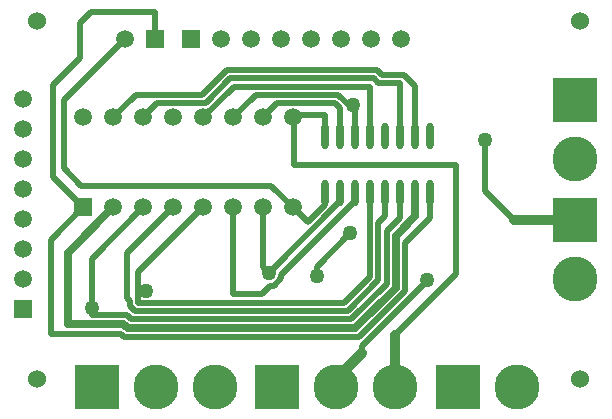
<source format=gbl>
%FSLAX23Y23*%
%MOIN*%
G70*
G01*
G75*
G04 Layer_Physical_Order=2*
G04 Layer_Color=16711680*
%ADD10O,0.024X0.087*%
%ADD11R,0.067X0.043*%
%ADD12R,0.276X0.118*%
%ADD13C,0.033*%
%ADD14C,0.020*%
%ADD15C,0.025*%
%ADD16R,0.150X0.150*%
%ADD17C,0.150*%
%ADD18R,0.150X0.150*%
%ADD19R,0.059X0.059*%
%ADD20C,0.059*%
%ADD21R,0.059X0.059*%
%ADD22C,0.059*%
%ADD23C,0.060*%
%ADD24R,0.059X0.059*%
%ADD25C,0.050*%
D10*
X3165Y2034D02*
D03*
X3215D02*
D03*
X3265D02*
D03*
X3315D02*
D03*
X3365D02*
D03*
X3415D02*
D03*
X3465D02*
D03*
X3515D02*
D03*
X3165Y1846D02*
D03*
X3215D02*
D03*
X3265D02*
D03*
X3315D02*
D03*
X3365D02*
D03*
X3415D02*
D03*
X3465D02*
D03*
X3515D02*
D03*
D13*
X3202Y1224D02*
X3289Y1311D01*
X3796Y1755D02*
X4000D01*
X3398Y1200D02*
Y1372D01*
D14*
X3289Y1311D02*
Y1336D01*
X3202Y1200D02*
Y1224D01*
X2387Y1440D02*
X2504D01*
X2543Y1520D02*
Y1581D01*
Y1480D02*
Y1520D01*
X3251Y2131D02*
X3265Y2116D01*
X3209Y2172D02*
X3251Y2131D01*
X3699Y1852D02*
Y2023D01*
Y1852D02*
X3796Y1755D01*
X3138Y1600D02*
X3249Y1711D01*
X3138Y1567D02*
Y1600D01*
X3020Y1573D02*
X3265Y1818D01*
X3020Y1561D02*
Y1573D01*
X2995Y1536D02*
X3020Y1561D01*
X2983Y1536D02*
X2995D01*
X2955Y1508D02*
X2983Y1536D01*
X3265Y1818D02*
Y1846D01*
X2859Y1508D02*
X2955D01*
X2959Y1597D02*
X2977Y1579D01*
X3165Y1806D02*
Y1846D01*
X3107Y1749D02*
X3165Y1806D01*
X3059Y1797D02*
X3107Y1749D01*
X3215Y1817D02*
Y1846D01*
X2977Y1579D02*
X3215Y1817D01*
X2495Y1364D02*
X3277D01*
X2520Y1424D02*
X3252D01*
X2531Y1452D02*
X3241D01*
X3289Y1336D02*
X3506Y1553D01*
Y1554D01*
X3431Y1677D02*
X3515Y1761D01*
X3431Y1518D02*
Y1677D01*
X3277Y1364D02*
X3431Y1518D01*
X3371Y1717D02*
X3415Y1761D01*
X3371Y1543D02*
Y1717D01*
X3252Y1424D02*
X3371Y1543D01*
X3343Y1744D02*
X3365Y1767D01*
X3343Y1554D02*
Y1744D01*
X3241Y1452D02*
X3343Y1554D01*
X3315Y1566D02*
Y1846D01*
X3229Y1480D02*
X3315Y1566D01*
X2543Y1480D02*
X3229D01*
X3515Y1761D02*
Y1846D01*
X3415Y1761D02*
Y1846D01*
X2515Y1468D02*
X2531Y1452D01*
X3365Y1767D02*
Y1846D01*
X2504Y1440D02*
X2520Y1424D01*
X2484Y1375D02*
X2495Y1364D01*
X3398Y1372D02*
X3601Y1575D01*
Y1939D01*
X3415Y2149D02*
Y2172D01*
Y2149D02*
Y2211D01*
Y2034D02*
Y2149D01*
X3251Y2131D02*
X3260Y2140D01*
X3427Y2239D02*
X3465Y2201D01*
X3354Y2239D02*
X3427D01*
X3338Y2256D02*
X3354Y2239D01*
X3343Y2211D02*
X3415D01*
X2839Y2256D02*
X3338D01*
X3327Y2228D02*
X3343Y2211D01*
X2850Y2228D02*
X3327D01*
X3315Y2034D02*
Y2200D01*
X2862D02*
X3315D01*
X3465Y2034D02*
Y2201D01*
X3165Y2034D02*
Y2105D01*
X3067D02*
X3165D01*
X3059Y2097D02*
X3067Y2105D01*
X3215Y2034D02*
Y2127D01*
X3198Y2144D02*
X3215Y2127D01*
X3006Y2144D02*
X3198D01*
X2959Y2097D02*
X3006Y2144D01*
X2934Y2172D02*
X3209D01*
X2859Y2097D02*
X2934Y2172D01*
X3265Y2034D02*
Y2116D01*
X2759Y2097D02*
X2862Y2200D01*
X2767Y2144D02*
X2850Y2228D01*
X2606Y2144D02*
X2767D01*
X2559Y2097D02*
X2606Y2144D01*
X2755Y2172D02*
X2839Y2256D01*
X2534Y2172D02*
X2755D01*
X2459Y2097D02*
X2534Y2172D01*
X2600Y2360D02*
Y2447D01*
X2384D02*
X2600D01*
X2350Y2413D02*
X2384Y2447D01*
X2350Y2296D02*
Y2413D01*
X2259Y2205D02*
X2350Y2296D01*
X2259Y1897D02*
Y2205D01*
Y1897D02*
X2359Y1797D01*
X2480Y2340D02*
X2500Y2360D01*
X2294Y1927D02*
Y2154D01*
Y1927D02*
X2351Y1870D01*
X2986D01*
X3059Y1797D01*
X2294Y2154D02*
X2500Y2360D01*
X2251Y1375D02*
Y1689D01*
X2359Y1797D01*
X2543Y1581D02*
X2759Y1797D01*
X2506Y1644D02*
X2659Y1797D01*
X2387Y1625D02*
X2559Y1797D01*
X2506Y1494D02*
Y1644D01*
X2251Y1375D02*
X2484D01*
X2506Y1494D02*
X2515Y1485D01*
Y1468D02*
Y1485D01*
X2859Y1508D02*
Y1797D01*
X2387Y1440D02*
Y1463D01*
Y1625D01*
X2543Y1520D02*
X2568D01*
X2959Y1597D02*
Y1797D01*
X3059Y2097D02*
X3062Y2094D01*
Y1939D02*
Y2094D01*
Y1939D02*
X3601D01*
D15*
X2507Y1394D02*
X3265D01*
X3401Y1703D02*
X3465Y1767D01*
X3401Y1530D02*
Y1703D01*
X3265Y1394D02*
X3401Y1530D01*
X3465Y1767D02*
Y1846D01*
X2493Y1409D02*
X2507Y1394D01*
X2308Y1409D02*
Y1646D01*
X2459Y1797D01*
X2308Y1409D02*
X2493D01*
D16*
X4000Y1754D02*
D03*
Y2155D02*
D03*
D17*
Y1557D02*
D03*
Y1958D02*
D03*
X3399Y1200D02*
D03*
X3203D02*
D03*
X2798D02*
D03*
X2602D02*
D03*
X3805D02*
D03*
D18*
X3006D02*
D03*
X2405D02*
D03*
X3608D02*
D03*
D19*
X2720Y2360D02*
D03*
X2600D02*
D03*
D20*
X2820D02*
D03*
X2920D02*
D03*
X3020D02*
D03*
X3120D02*
D03*
X3220D02*
D03*
X3320D02*
D03*
X3420D02*
D03*
X2160Y1560D02*
D03*
Y1660D02*
D03*
Y1760D02*
D03*
Y1860D02*
D03*
Y1960D02*
D03*
Y2060D02*
D03*
Y2160D02*
D03*
X2500Y2360D02*
D03*
D21*
X2359Y1797D02*
D03*
D22*
X2459D02*
D03*
X2559D02*
D03*
X2659D02*
D03*
X2759D02*
D03*
X2859D02*
D03*
X2959D02*
D03*
X3059D02*
D03*
X2359Y2097D02*
D03*
X2459D02*
D03*
X2559D02*
D03*
X2659D02*
D03*
X2759D02*
D03*
X2859D02*
D03*
X2959D02*
D03*
X3059D02*
D03*
D23*
X2205Y1225D02*
D03*
Y2420D02*
D03*
X4015D02*
D03*
Y1225D02*
D03*
D24*
X2160Y1460D02*
D03*
D25*
X3699Y2023D02*
D03*
X3249Y1711D02*
D03*
X3138Y1567D02*
D03*
X2977Y1579D02*
D03*
X3506Y1554D02*
D03*
X3260Y2140D02*
D03*
X2387Y1463D02*
D03*
X2568Y1520D02*
D03*
M02*

</source>
